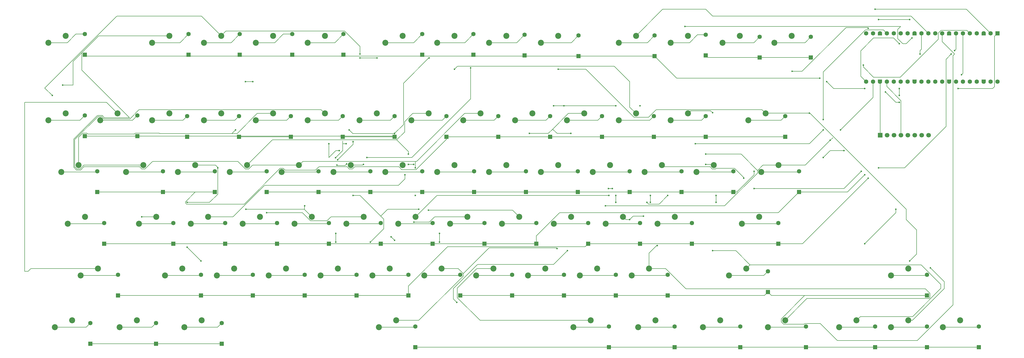
<source format=gbr>
%TF.GenerationSoftware,KiCad,Pcbnew,9.0.2*%
%TF.CreationDate,2025-07-16T18:53:34+05:00*%
%TF.ProjectId,SR-U2764,53522d55-3237-4363-942e-6b696361645f,rev?*%
%TF.SameCoordinates,Original*%
%TF.FileFunction,Copper,L1,Top*%
%TF.FilePolarity,Positive*%
%FSLAX46Y46*%
G04 Gerber Fmt 4.6, Leading zero omitted, Abs format (unit mm)*
G04 Created by KiCad (PCBNEW 9.0.2) date 2025-07-16 18:53:34*
%MOMM*%
%LPD*%
G01*
G04 APERTURE LIST*
G04 Aperture macros list*
%AMRoundRect*
0 Rectangle with rounded corners*
0 $1 Rounding radius*
0 $2 $3 $4 $5 $6 $7 $8 $9 X,Y pos of 4 corners*
0 Add a 4 corners polygon primitive as box body*
4,1,4,$2,$3,$4,$5,$6,$7,$8,$9,$2,$3,0*
0 Add four circle primitives for the rounded corners*
1,1,$1+$1,$2,$3*
1,1,$1+$1,$4,$5*
1,1,$1+$1,$6,$7*
1,1,$1+$1,$8,$9*
0 Add four rect primitives between the rounded corners*
20,1,$1+$1,$2,$3,$4,$5,0*
20,1,$1+$1,$4,$5,$6,$7,0*
20,1,$1+$1,$6,$7,$8,$9,0*
20,1,$1+$1,$8,$9,$2,$3,0*%
%AMFreePoly0*
4,1,37,0.603843,0.796157,0.639018,0.796157,0.711114,0.766294,0.766294,0.711114,0.796157,0.639018,0.796157,0.603843,0.800000,0.600000,0.800000,-0.600000,0.796157,-0.603843,0.796157,-0.639018,0.766294,-0.711114,0.711114,-0.766294,0.639018,-0.796157,0.603843,-0.796157,0.600000,-0.800000,0.000000,-0.800000,0.000000,-0.796148,-0.078414,-0.796148,-0.232228,-0.765552,-0.377117,-0.705537,
-0.507515,-0.618408,-0.618408,-0.507515,-0.705537,-0.377117,-0.765552,-0.232228,-0.796148,-0.078414,-0.796148,0.078414,-0.765552,0.232228,-0.705537,0.377117,-0.618408,0.507515,-0.507515,0.618408,-0.377117,0.705537,-0.232228,0.765552,-0.078414,0.796148,0.000000,0.796148,0.000000,0.800000,0.600000,0.800000,0.603843,0.796157,0.603843,0.796157,$1*%
%AMFreePoly1*
4,1,37,0.000000,0.796148,0.078414,0.796148,0.232228,0.765552,0.377117,0.705537,0.507515,0.618408,0.618408,0.507515,0.705537,0.377117,0.765552,0.232228,0.796148,0.078414,0.796148,-0.078414,0.765552,-0.232228,0.705537,-0.377117,0.618408,-0.507515,0.507515,-0.618408,0.377117,-0.705537,0.232228,-0.765552,0.078414,-0.796148,0.000000,-0.796148,0.000000,-0.800000,-0.600000,-0.800000,
-0.603843,-0.796157,-0.639018,-0.796157,-0.711114,-0.766294,-0.766294,-0.711114,-0.796157,-0.639018,-0.796157,-0.603843,-0.800000,-0.600000,-0.800000,0.600000,-0.796157,0.603843,-0.796157,0.639018,-0.766294,0.711114,-0.711114,0.766294,-0.639018,0.796157,-0.603843,0.796157,-0.600000,0.800000,0.000000,0.800000,0.000000,0.796148,0.000000,0.796148,$1*%
G04 Aperture macros list end*
%TA.AperFunction,ComponentPad*%
%ADD10C,2.200000*%
%TD*%
%TA.AperFunction,ComponentPad*%
%ADD11RoundRect,0.250000X0.550000X-0.550000X0.550000X0.550000X-0.550000X0.550000X-0.550000X-0.550000X0*%
%TD*%
%TA.AperFunction,ComponentPad*%
%ADD12C,1.600000*%
%TD*%
%TA.AperFunction,ComponentPad*%
%ADD13RoundRect,0.200000X-0.600000X0.600000X-0.600000X-0.600000X0.600000X-0.600000X0.600000X0.600000X0*%
%TD*%
%TA.AperFunction,ComponentPad*%
%ADD14FreePoly0,270.000000*%
%TD*%
%TA.AperFunction,ComponentPad*%
%ADD15FreePoly1,270.000000*%
%TD*%
%TA.AperFunction,ComponentPad*%
%ADD16R,1.700000X1.700000*%
%TD*%
%TA.AperFunction,ComponentPad*%
%ADD17C,1.700000*%
%TD*%
%TA.AperFunction,ViaPad*%
%ADD18C,0.600000*%
%TD*%
%TA.AperFunction,Conductor*%
%ADD19C,0.200000*%
%TD*%
G04 APERTURE END LIST*
D10*
%TO.P,SW11,1,1*%
%TO.N,COL1*%
X272858750Y-41520000D03*
%TO.P,SW11,2,2*%
%TO.N,Net-(D11-A)*%
X266508750Y-44060000D03*
%TD*%
D11*
%TO.P,D72,1,K*%
%TO.N,ROW8*%
X243840000Y-156210000D03*
D12*
%TO.P,D72,2,A*%
%TO.N,Net-(D72-A)*%
X243840000Y-148590000D03*
%TD*%
D11*
%TO.P,D46,1,K*%
%TO.N,ROW5*%
X140970000Y-118110000D03*
D12*
%TO.P,D46,2,A*%
%TO.N,Net-(D46-A)*%
X140970000Y-110490000D03*
%TD*%
D11*
%TO.P,D10,1,K*%
%TO.N,ROW1*%
X260604000Y-49022000D03*
D12*
%TO.P,D10,2,A*%
%TO.N,Net-(D10-A)*%
X260604000Y-41402000D03*
%TD*%
D10*
%TO.P,SW62,1,1*%
%TO.N,COL2*%
X201421250Y-127245000D03*
%TO.P,SW62,2,2*%
%TO.N,Net-(D62-A)*%
X195071250Y-129785000D03*
%TD*%
%TO.P,SW56,1,1*%
%TO.N,COL6*%
X87121250Y-127245000D03*
%TO.P,SW56,2,2*%
%TO.N,Net-(D56-A)*%
X80771250Y-129785000D03*
%TD*%
%TO.P,SW19,1,1*%
%TO.N,COL9*%
X139508750Y-70095000D03*
%TO.P,SW19,2,2*%
%TO.N,Net-(D19-A)*%
X133158750Y-72635000D03*
%TD*%
D11*
%TO.P,D75,1,K*%
%TO.N,ROW8*%
X316230000Y-156210000D03*
D12*
%TO.P,D75,2,A*%
%TO.N,Net-(D75-A)*%
X316230000Y-148590000D03*
%TD*%
D10*
%TO.P,SW31,1,1*%
%TO.N,COL1*%
X110933750Y-89145000D03*
%TO.P,SW31,2,2*%
%TO.N,Net-(D31-A)*%
X104583750Y-91685000D03*
%TD*%
%TO.P,SW58,1,1*%
%TO.N,COL8*%
X125221250Y-127245000D03*
%TO.P,SW58,2,2*%
%TO.N,Net-(D58-A)*%
X118871250Y-129785000D03*
%TD*%
D11*
%TO.P,D37,1,K*%
%TO.N,ROW4*%
X232410000Y-99060000D03*
D12*
%TO.P,D37,2,A*%
%TO.N,Net-(D37-A)*%
X232410000Y-91440000D03*
%TD*%
D11*
%TO.P,D22,1,K*%
%TO.N,ROW3*%
X203200000Y-78740000D03*
D12*
%TO.P,D22,2,A*%
%TO.N,Net-(D22-A)*%
X203200000Y-71120000D03*
%TD*%
D11*
%TO.P,D39,1,K*%
%TO.N,ROW4*%
X270510000Y-99060000D03*
D12*
%TO.P,D39,2,A*%
%TO.N,Net-(D39-A)*%
X270510000Y-91440000D03*
%TD*%
D11*
%TO.P,D14,1,K*%
%TO.N,ROW2*%
X51308000Y-78486000D03*
D12*
%TO.P,D14,2,A*%
%TO.N,Net-(D14-A)*%
X51308000Y-70866000D03*
%TD*%
D10*
%TO.P,SW49,1,1*%
%TO.N,COL9*%
X191896250Y-108195000D03*
%TO.P,SW49,2,2*%
%TO.N,Net-(D49-A)*%
X185546250Y-110735000D03*
%TD*%
D11*
%TO.P,D65,1,K*%
%TO.N,ROW7*%
X265430000Y-137160000D03*
D12*
%TO.P,D65,2,A*%
%TO.N,Net-(D65-A)*%
X265430000Y-129540000D03*
%TD*%
D10*
%TO.P,SW72,1,1*%
%TO.N,COL2*%
X237140000Y-146295000D03*
%TO.P,SW72,2,2*%
%TO.N,Net-(D72-A)*%
X230790000Y-148835000D03*
%TD*%
D11*
%TO.P,D56,1,K*%
%TO.N,ROW6*%
X93980000Y-137160000D03*
D12*
%TO.P,D56,2,A*%
%TO.N,Net-(D56-A)*%
X93980000Y-129540000D03*
%TD*%
D10*
%TO.P,SW38,1,1*%
%TO.N,COL8*%
X244283750Y-89145000D03*
%TO.P,SW38,2,2*%
%TO.N,Net-(D38-A)*%
X237933750Y-91685000D03*
%TD*%
%TO.P,SW17,1,1*%
%TO.N,COL7*%
X101408750Y-70095000D03*
%TO.P,SW17,2,2*%
%TO.N,Net-(D17-A)*%
X95058750Y-72635000D03*
%TD*%
%TO.P,SW67,1,1*%
%TO.N,COL7*%
X353821250Y-127245000D03*
%TO.P,SW67,2,2*%
%TO.N,Net-(D67-A)*%
X347471250Y-129785000D03*
%TD*%
D11*
%TO.P,D20,1,K*%
%TO.N,ROW2*%
X165100000Y-78740000D03*
D12*
%TO.P,D20,2,A*%
%TO.N,Net-(D20-A)*%
X165100000Y-71120000D03*
%TD*%
D10*
%TO.P,SW63,1,1*%
%TO.N,COL3*%
X220471250Y-127245000D03*
%TO.P,SW63,2,2*%
%TO.N,Net-(D63-A)*%
X214121250Y-129785000D03*
%TD*%
D11*
%TO.P,D9,1,K*%
%TO.N,ROW1*%
X232664000Y-49022000D03*
D12*
%TO.P,D9,2,A*%
%TO.N,Net-(D9-A)*%
X232664000Y-41402000D03*
%TD*%
D11*
%TO.P,D59,1,K*%
%TO.N,ROW6*%
X151130000Y-137160000D03*
D12*
%TO.P,D59,2,A*%
%TO.N,Net-(D59-A)*%
X151130000Y-129540000D03*
%TD*%
D10*
%TO.P,SW65,1,1*%
%TO.N,COL5*%
X258571250Y-127245000D03*
%TO.P,SW65,2,2*%
%TO.N,Net-(D65-A)*%
X252221250Y-129785000D03*
%TD*%
%TO.P,SW50,1,1*%
%TO.N,COL10*%
X210946250Y-108195000D03*
%TO.P,SW50,2,2*%
%TO.N,Net-(D50-A)*%
X204596250Y-110735000D03*
%TD*%
%TO.P,SW29,1,1*%
%TO.N,COL9*%
X72833750Y-89145000D03*
%TO.P,SW29,2,2*%
%TO.N,Net-(D29-A)*%
X66483750Y-91685000D03*
%TD*%
D11*
%TO.P,D6,1,K*%
%TO.N,ROW1*%
X175260000Y-48514000D03*
D12*
%TO.P,D6,2,A*%
%TO.N,Net-(D6-A)*%
X175260000Y-40894000D03*
%TD*%
D10*
%TO.P,SW75,1,1*%
%TO.N,COL5*%
X308577500Y-146295000D03*
%TO.P,SW75,2,2*%
%TO.N,Net-(D75-A)*%
X302227500Y-148835000D03*
%TD*%
D11*
%TO.P,D38,1,K*%
%TO.N,ROW4*%
X251460000Y-99060000D03*
D12*
%TO.P,D38,2,A*%
%TO.N,Net-(D38-A)*%
X251460000Y-91440000D03*
%TD*%
D11*
%TO.P,D4,1,K*%
%TO.N,ROW1*%
X127508000Y-48514000D03*
D12*
%TO.P,D4,2,A*%
%TO.N,Net-(D4-A)*%
X127508000Y-40894000D03*
%TD*%
D11*
%TO.P,D25,1,K*%
%TO.N,ROW3*%
X260350000Y-78740000D03*
D12*
%TO.P,D25,2,A*%
%TO.N,Net-(D25-A)*%
X260350000Y-71120000D03*
%TD*%
D11*
%TO.P,D3,1,K*%
%TO.N,ROW1*%
X108204000Y-48514000D03*
D12*
%TO.P,D3,2,A*%
%TO.N,Net-(D3-A)*%
X108204000Y-40894000D03*
%TD*%
D11*
%TO.P,D21,1,K*%
%TO.N,ROW3*%
X184150000Y-78740000D03*
D12*
%TO.P,D21,2,A*%
%TO.N,Net-(D21-A)*%
X184150000Y-71120000D03*
%TD*%
D11*
%TO.P,D71,1,K*%
%TO.N,ROW8*%
X172720000Y-156210000D03*
D12*
%TO.P,D71,2,A*%
%TO.N,Net-(D71-A)*%
X172720000Y-148590000D03*
%TD*%
D10*
%TO.P,SW24,1,1*%
%TO.N,COL4*%
X234758750Y-70095000D03*
%TO.P,SW24,2,2*%
%TO.N,Net-(D24-A)*%
X228408750Y-72635000D03*
%TD*%
%TO.P,SW41,1,1*%
%TO.N,COL1*%
X306196250Y-89145000D03*
%TO.P,SW41,2,2*%
%TO.N,Net-(D41-A)*%
X299846250Y-91685000D03*
%TD*%
D11*
%TO.P,D60,1,K*%
%TO.N,ROW6*%
X170180000Y-137160000D03*
D12*
%TO.P,D60,2,A*%
%TO.N,Net-(D60-A)*%
X170180000Y-129540000D03*
%TD*%
D10*
%TO.P,SW25,1,1*%
%TO.N,COL5*%
X253808750Y-70095000D03*
%TO.P,SW25,2,2*%
%TO.N,Net-(D25-A)*%
X247458750Y-72635000D03*
%TD*%
D11*
%TO.P,D44,1,K*%
%TO.N,ROW5*%
X102870000Y-118110000D03*
D12*
%TO.P,D44,2,A*%
%TO.N,Net-(D44-A)*%
X102870000Y-110490000D03*
%TD*%
D11*
%TO.P,D53,1,K*%
%TO.N,ROW6*%
X274320000Y-118110000D03*
D12*
%TO.P,D53,2,A*%
%TO.N,Net-(D53-A)*%
X274320000Y-110490000D03*
%TD*%
D11*
%TO.P,D63,1,K*%
%TO.N,ROW7*%
X227330000Y-137160000D03*
D12*
%TO.P,D63,2,A*%
%TO.N,Net-(D63-A)*%
X227330000Y-129540000D03*
%TD*%
D10*
%TO.P,SW78,1,1*%
%TO.N,COL8*%
X372871250Y-146295000D03*
%TO.P,SW78,2,2*%
%TO.N,Net-(D78-A)*%
X366521250Y-148835000D03*
%TD*%
%TO.P,SW36,1,1*%
%TO.N,COL6*%
X206183750Y-89145000D03*
%TO.P,SW36,2,2*%
%TO.N,Net-(D36-A)*%
X199833750Y-91685000D03*
%TD*%
%TO.P,SW16,1,1*%
%TO.N,COL6*%
X82358750Y-70095000D03*
%TO.P,SW16,2,2*%
%TO.N,Net-(D16-A)*%
X76008750Y-72635000D03*
%TD*%
D11*
%TO.P,D42,1,K*%
%TO.N,ROW5*%
X58420000Y-118110000D03*
D12*
%TO.P,D42,2,A*%
%TO.N,Net-(D42-A)*%
X58420000Y-110490000D03*
%TD*%
D10*
%TO.P,SW47,1,1*%
%TO.N,COL7*%
X153796250Y-108195000D03*
%TO.P,SW47,2,2*%
%TO.N,Net-(D47-A)*%
X147446250Y-110735000D03*
%TD*%
D11*
%TO.P,D16,1,K*%
%TO.N,ROW2*%
X88900000Y-78740000D03*
D12*
%TO.P,D16,2,A*%
%TO.N,Net-(D16-A)*%
X88900000Y-71120000D03*
%TD*%
D10*
%TO.P,SW46,1,1*%
%TO.N,COL6*%
X134746250Y-108195000D03*
%TO.P,SW46,2,2*%
%TO.N,Net-(D46-A)*%
X128396250Y-110735000D03*
%TD*%
D11*
%TO.P,D29,1,K*%
%TO.N,ROW3*%
X80010000Y-99060000D03*
D12*
%TO.P,D29,2,A*%
%TO.N,Net-(D29-A)*%
X80010000Y-91440000D03*
%TD*%
D10*
%TO.P,SW34,1,1*%
%TO.N,COL4*%
X168083750Y-89145000D03*
%TO.P,SW34,2,2*%
%TO.N,Net-(D34-A)*%
X161733750Y-91685000D03*
%TD*%
D11*
%TO.P,D50,1,K*%
%TO.N,ROW5*%
X217170000Y-118110000D03*
D12*
%TO.P,D50,2,A*%
%TO.N,Net-(D50-A)*%
X217170000Y-110490000D03*
%TD*%
D10*
%TO.P,SW26,1,1*%
%TO.N,COL6*%
X272858750Y-70095000D03*
%TO.P,SW26,2,2*%
%TO.N,Net-(D26-A)*%
X266508750Y-72635000D03*
%TD*%
D11*
%TO.P,D43,1,K*%
%TO.N,ROW5*%
X83820000Y-118110000D03*
D12*
%TO.P,D43,2,A*%
%TO.N,Net-(D43-A)*%
X83820000Y-110490000D03*
%TD*%
D10*
%TO.P,SW8,1,1*%
%TO.N,COL8*%
X206183750Y-41520000D03*
%TO.P,SW8,2,2*%
%TO.N,Net-(D8-A)*%
X199833750Y-44060000D03*
%TD*%
%TO.P,SW55,1,1*%
%TO.N,COL5*%
X56165000Y-127245000D03*
%TO.P,SW55,2,2*%
%TO.N,Net-(D55-A)*%
X49815000Y-129785000D03*
%TD*%
D11*
%TO.P,D48,1,K*%
%TO.N,ROW5*%
X179070000Y-118110000D03*
D12*
%TO.P,D48,2,A*%
%TO.N,Net-(D48-A)*%
X179070000Y-110490000D03*
%TD*%
D11*
%TO.P,D19,1,K*%
%TO.N,ROW2*%
X146050000Y-78740000D03*
D12*
%TO.P,D19,2,A*%
%TO.N,Net-(D19-A)*%
X146050000Y-71120000D03*
%TD*%
D10*
%TO.P,SW76,1,1*%
%TO.N,COL6*%
X334771250Y-146295000D03*
%TO.P,SW76,2,2*%
%TO.N,Net-(D76-A)*%
X328421250Y-148835000D03*
%TD*%
%TO.P,SW2,1,1*%
%TO.N,COL2*%
X82358750Y-41520000D03*
%TO.P,SW2,2,2*%
%TO.N,Net-(D2-A)*%
X76008750Y-44060000D03*
%TD*%
D11*
%TO.P,D17,1,K*%
%TO.N,ROW2*%
X107950000Y-78740000D03*
D12*
%TO.P,D17,2,A*%
%TO.N,Net-(D17-A)*%
X107950000Y-71120000D03*
%TD*%
D10*
%TO.P,SW61,1,1*%
%TO.N,COL1*%
X182371250Y-127245000D03*
%TO.P,SW61,2,2*%
%TO.N,Net-(D61-A)*%
X176021250Y-129785000D03*
%TD*%
D11*
%TO.P,D47,1,K*%
%TO.N,ROW5*%
X160020000Y-118110000D03*
D12*
%TO.P,D47,2,A*%
%TO.N,Net-(D47-A)*%
X160020000Y-110490000D03*
%TD*%
D11*
%TO.P,D33,1,K*%
%TO.N,ROW4*%
X156210000Y-99060000D03*
D12*
%TO.P,D33,2,A*%
%TO.N,Net-(D33-A)*%
X156210000Y-91440000D03*
%TD*%
D11*
%TO.P,D31,1,K*%
%TO.N,ROW4*%
X118110000Y-99060000D03*
D12*
%TO.P,D31,2,A*%
%TO.N,Net-(D31-A)*%
X118110000Y-91440000D03*
%TD*%
D10*
%TO.P,SW37,1,1*%
%TO.N,COL7*%
X225233750Y-89145000D03*
%TO.P,SW37,2,2*%
%TO.N,Net-(D37-A)*%
X218883750Y-91685000D03*
%TD*%
D13*
%TO.P,U2,1,GPIO0*%
%TO.N,ROW1*%
X386588000Y-40640000D03*
D12*
%TO.P,U2,2,GPIO1*%
%TO.N,ROW2*%
X384048000Y-40640000D03*
D14*
%TO.P,U2,3,GND*%
%TO.N,unconnected-(U2-GND-Pad3)*%
X381508000Y-40640000D03*
D12*
%TO.P,U2,4,GPIO2*%
%TO.N,ROW3*%
X378968000Y-40640000D03*
%TO.P,U2,5,GPIO3*%
%TO.N,ROW4*%
X376428000Y-40640000D03*
%TO.P,U2,6,GPIO4*%
%TO.N,ROW5*%
X373888000Y-40640000D03*
%TO.P,U2,7,GPIO5*%
%TO.N,ROW6*%
X371348000Y-40640000D03*
D14*
%TO.P,U2,8,GND*%
%TO.N,unconnected-(U2-GND-Pad8)*%
X368808000Y-40640000D03*
D12*
%TO.P,U2,9,GPIO6*%
%TO.N,ROW7*%
X366268000Y-40640000D03*
%TO.P,U2,10,GPIO7*%
%TO.N,ROW8*%
X363728000Y-40640000D03*
%TO.P,U2,11,GPIO8*%
%TO.N,COL10*%
X361188000Y-40640000D03*
%TO.P,U2,12,GPIO9*%
%TO.N,COL9*%
X358648000Y-40640000D03*
D14*
%TO.P,U2,13,GND*%
%TO.N,unconnected-(U2-GND-Pad13)*%
X356108000Y-40640000D03*
D12*
%TO.P,U2,14,GPIO10*%
%TO.N,COL8*%
X353568000Y-40640000D03*
%TO.P,U2,15,GPIO11*%
%TO.N,COL7*%
X351028000Y-40640000D03*
%TO.P,U2,16,GPIO12*%
%TO.N,COL6*%
X348488000Y-40640000D03*
%TO.P,U2,17,GPIO13*%
%TO.N,COL5*%
X345948000Y-40640000D03*
D14*
%TO.P,U2,18,GND*%
%TO.N,unconnected-(U2-GND-Pad18)*%
X343408000Y-40640000D03*
D12*
%TO.P,U2,19,GPIO14*%
%TO.N,COL4*%
X340868000Y-40640000D03*
%TO.P,U2,20,GPIO15*%
%TO.N,COL3*%
X338328000Y-40640000D03*
%TO.P,U2,21,GPIO16*%
%TO.N,COL2*%
X338328000Y-58420000D03*
%TO.P,U2,22,GPIO17*%
%TO.N,COL1*%
X340868000Y-58420000D03*
D15*
%TO.P,U2,23,GND*%
%TO.N,Net-(Brd1-GND)*%
X343408000Y-58420000D03*
D12*
%TO.P,U2,24,GPIO18*%
%TO.N,Net-(Brd1-SDA)*%
X345948000Y-58420000D03*
%TO.P,U2,25,GPIO19*%
%TO.N,Net-(Brd1-SCL)*%
X348488000Y-58420000D03*
%TO.P,U2,26,GPIO20*%
%TO.N,unconnected-(U2-GPIO20-Pad26)*%
X351028000Y-58420000D03*
%TO.P,U2,27,GPIO21*%
%TO.N,unconnected-(U2-GPIO21-Pad27)*%
X353568000Y-58420000D03*
D15*
%TO.P,U2,28,GND*%
%TO.N,unconnected-(U2-GND-Pad28)*%
X356108000Y-58420000D03*
D12*
%TO.P,U2,29,GPIO22*%
%TO.N,unconnected-(U2-GPIO22-Pad29)*%
X358648000Y-58420000D03*
%TO.P,U2,30,RUN*%
%TO.N,unconnected-(U2-RUN-Pad30)*%
X361188000Y-58420000D03*
%TO.P,U2,31,GPIO26_ADC0*%
%TO.N,unconnected-(U2-GPIO26_ADC0-Pad31)*%
X363728000Y-58420000D03*
%TO.P,U2,32,GPIO27_ADC1*%
%TO.N,unconnected-(U2-GPIO27_ADC1-Pad32)*%
X366268000Y-58420000D03*
D15*
%TO.P,U2,33,AGND*%
%TO.N,unconnected-(U2-AGND-Pad33)*%
X368808000Y-58420000D03*
D12*
%TO.P,U2,34,GPIO28_ADC2*%
%TO.N,unconnected-(U2-GPIO28_ADC2-Pad34)*%
X371348000Y-58420000D03*
%TO.P,U2,35,ADC_VREF*%
%TO.N,unconnected-(U2-ADC_VREF-Pad35)*%
X373888000Y-58420000D03*
%TO.P,U2,36,3V3*%
%TO.N,Net-(Brd1-VCC)*%
X376428000Y-58420000D03*
%TO.P,U2,37,3V3_EN*%
%TO.N,unconnected-(U2-3V3_EN-Pad37)*%
X378968000Y-58420000D03*
D15*
%TO.P,U2,38,GND*%
%TO.N,unconnected-(U2-GND-Pad38)*%
X381508000Y-58420000D03*
D12*
%TO.P,U2,39,VSYS*%
%TO.N,unconnected-(U2-VSYS-Pad39)*%
X384048000Y-58420000D03*
%TO.P,U2,40,VBUS*%
%TO.N,unconnected-(U2-VBUS-Pad40)*%
X386588000Y-58420000D03*
%TD*%
D11*
%TO.P,D28,1,K*%
%TO.N,ROW3*%
X55880000Y-99060000D03*
D12*
%TO.P,D28,2,A*%
%TO.N,Net-(D28-A)*%
X55880000Y-91440000D03*
%TD*%
D11*
%TO.P,D62,1,K*%
%TO.N,ROW7*%
X208280000Y-137160000D03*
D12*
%TO.P,D62,2,A*%
%TO.N,Net-(D62-A)*%
X208280000Y-129540000D03*
%TD*%
D10*
%TO.P,SW57,1,1*%
%TO.N,COL7*%
X106171250Y-127245000D03*
%TO.P,SW57,2,2*%
%TO.N,Net-(D57-A)*%
X99821250Y-129785000D03*
%TD*%
%TO.P,SW45,1,1*%
%TO.N,COL5*%
X115696250Y-108195000D03*
%TO.P,SW45,2,2*%
%TO.N,Net-(D45-A)*%
X109346250Y-110735000D03*
%TD*%
%TO.P,SW73,1,1*%
%TO.N,COL3*%
X260952500Y-146295000D03*
%TO.P,SW73,2,2*%
%TO.N,Net-(D73-A)*%
X254602500Y-148835000D03*
%TD*%
%TO.P,SW59,1,1*%
%TO.N,COL9*%
X144271250Y-127245000D03*
%TO.P,SW59,2,2*%
%TO.N,Net-(D59-A)*%
X137921250Y-129785000D03*
%TD*%
%TO.P,SW32,1,1*%
%TO.N,COL2*%
X129983750Y-89145000D03*
%TO.P,SW32,2,2*%
%TO.N,Net-(D32-A)*%
X123633750Y-91685000D03*
%TD*%
%TO.P,SW28,1,1*%
%TO.N,COL8*%
X49021250Y-89145000D03*
%TO.P,SW28,2,2*%
%TO.N,Net-(D28-A)*%
X42671250Y-91685000D03*
%TD*%
D11*
%TO.P,D54,1,K*%
%TO.N,ROW6*%
X306070000Y-118110000D03*
D12*
%TO.P,D54,2,A*%
%TO.N,Net-(D54-A)*%
X306070000Y-110490000D03*
%TD*%
D11*
%TO.P,D58,1,K*%
%TO.N,ROW6*%
X132080000Y-137160000D03*
D12*
%TO.P,D58,2,A*%
%TO.N,Net-(D58-A)*%
X132080000Y-129540000D03*
%TD*%
D11*
%TO.P,D66,1,K*%
%TO.N,ROW7*%
X302260000Y-135890000D03*
D12*
%TO.P,D66,2,A*%
%TO.N,Net-(D66-A)*%
X302260000Y-128270000D03*
%TD*%
D10*
%TO.P,SW33,1,1*%
%TO.N,COL3*%
X149033750Y-89145000D03*
%TO.P,SW33,2,2*%
%TO.N,Net-(D33-A)*%
X142683750Y-91685000D03*
%TD*%
%TO.P,SW23,1,1*%
%TO.N,COL3*%
X215708750Y-70095000D03*
%TO.P,SW23,2,2*%
%TO.N,Net-(D23-A)*%
X209358750Y-72635000D03*
%TD*%
D11*
%TO.P,D2,1,K*%
%TO.N,ROW1*%
X89408000Y-48514000D03*
D12*
%TO.P,D2,2,A*%
%TO.N,Net-(D2-A)*%
X89408000Y-40894000D03*
%TD*%
D11*
%TO.P,D70,1,K*%
%TO.N,ROW7*%
X101600000Y-154940000D03*
D12*
%TO.P,D70,2,A*%
%TO.N,Net-(D70-A)*%
X101600000Y-147320000D03*
%TD*%
D10*
%TO.P,SW71,1,1*%
%TO.N,COL1*%
X165702500Y-146295000D03*
%TO.P,SW71,2,2*%
%TO.N,Net-(D71-A)*%
X159352500Y-148835000D03*
%TD*%
%TO.P,SW20,1,1*%
%TO.N,COL10*%
X158558750Y-70095000D03*
%TO.P,SW20,2,2*%
%TO.N,Net-(D20-A)*%
X152208750Y-72635000D03*
%TD*%
%TO.P,SW68,1,1*%
%TO.N,COL8*%
X46640000Y-146295000D03*
%TO.P,SW68,2,2*%
%TO.N,Net-(D68-A)*%
X40290000Y-148835000D03*
%TD*%
D11*
%TO.P,D61,1,K*%
%TO.N,ROW7*%
X189230000Y-137160000D03*
D12*
%TO.P,D61,2,A*%
%TO.N,Net-(D61-A)*%
X189230000Y-129540000D03*
%TD*%
D10*
%TO.P,SW12,1,1*%
%TO.N,COL2*%
X291908750Y-41520000D03*
%TO.P,SW12,2,2*%
%TO.N,Net-(D12-A)*%
X285558750Y-44060000D03*
%TD*%
%TO.P,SW5,1,1*%
%TO.N,COL5*%
X139508750Y-41520000D03*
%TO.P,SW5,2,2*%
%TO.N,Net-(D5-A)*%
X133158750Y-44060000D03*
%TD*%
D11*
%TO.P,D69,1,K*%
%TO.N,ROW7*%
X77470000Y-154940000D03*
D12*
%TO.P,D69,2,A*%
%TO.N,Net-(D69-A)*%
X77470000Y-147320000D03*
%TD*%
D11*
%TO.P,D51,1,K*%
%TO.N,ROW6*%
X236220000Y-118110000D03*
D12*
%TO.P,D51,2,A*%
%TO.N,Net-(D51-A)*%
X236220000Y-110490000D03*
%TD*%
D10*
%TO.P,SW15,1,1*%
%TO.N,COL5*%
X63308750Y-70095000D03*
%TO.P,SW15,2,2*%
%TO.N,Net-(D15-A)*%
X56958750Y-72635000D03*
%TD*%
D16*
%TO.P,Brd1,1,GND*%
%TO.N,Net-(Brd1-GND)*%
X343535000Y-78133750D03*
D17*
%TO.P,Brd1,2,VCC*%
%TO.N,Net-(Brd1-VCC)*%
X346075000Y-78133750D03*
%TO.P,Brd1,3,SCL*%
%TO.N,Net-(Brd1-SCL)*%
X348615000Y-78133750D03*
%TO.P,Brd1,4,SDA*%
%TO.N,Net-(Brd1-SDA)*%
X351155000Y-78133750D03*
%TO.P,Brd1,5*%
%TO.N,N/C*%
X353695000Y-78133750D03*
%TO.P,Brd1,6*%
X356235000Y-78133750D03*
%TO.P,Brd1,7*%
X358775000Y-78133750D03*
%TO.P,Brd1,8*%
X361315000Y-78133750D03*
%TD*%
D11*
%TO.P,D45,1,K*%
%TO.N,ROW5*%
X121920000Y-118110000D03*
D12*
%TO.P,D45,2,A*%
%TO.N,Net-(D45-A)*%
X121920000Y-110490000D03*
%TD*%
D11*
%TO.P,D24,1,K*%
%TO.N,ROW3*%
X241300000Y-78740000D03*
D12*
%TO.P,D24,2,A*%
%TO.N,Net-(D24-A)*%
X241300000Y-71120000D03*
%TD*%
D10*
%TO.P,SW27,1,1*%
%TO.N,COL7*%
X301433750Y-70095000D03*
%TO.P,SW27,2,2*%
%TO.N,Net-(D27-A)*%
X295083750Y-72635000D03*
%TD*%
D11*
%TO.P,D67,1,K*%
%TO.N,ROW7*%
X360680000Y-137160000D03*
D12*
%TO.P,D67,2,A*%
%TO.N,Net-(D67-A)*%
X360680000Y-129540000D03*
%TD*%
D11*
%TO.P,D35,1,K*%
%TO.N,ROW4*%
X194310000Y-99060000D03*
D12*
%TO.P,D35,2,A*%
%TO.N,Net-(D35-A)*%
X194310000Y-91440000D03*
%TD*%
D10*
%TO.P,SW7,1,1*%
%TO.N,COL7*%
X187133750Y-41520000D03*
%TO.P,SW7,2,2*%
%TO.N,Net-(D7-A)*%
X180783750Y-44060000D03*
%TD*%
%TO.P,SW22,1,1*%
%TO.N,COL2*%
X196658750Y-70095000D03*
%TO.P,SW22,2,2*%
%TO.N,Net-(D22-A)*%
X190308750Y-72635000D03*
%TD*%
D11*
%TO.P,D73,1,K*%
%TO.N,ROW8*%
X267970000Y-156210000D03*
D12*
%TO.P,D73,2,A*%
%TO.N,Net-(D73-A)*%
X267970000Y-148590000D03*
%TD*%
D10*
%TO.P,SW21,1,1*%
%TO.N,COL1*%
X177608750Y-70095000D03*
%TO.P,SW21,2,2*%
%TO.N,Net-(D21-A)*%
X171258750Y-72635000D03*
%TD*%
%TO.P,SW64,1,1*%
%TO.N,COL4*%
X239521250Y-127245000D03*
%TO.P,SW64,2,2*%
%TO.N,Net-(D64-A)*%
X233171250Y-129785000D03*
%TD*%
%TO.P,SW43,1,1*%
%TO.N,COL3*%
X77596250Y-108195000D03*
%TO.P,SW43,2,2*%
%TO.N,Net-(D43-A)*%
X71246250Y-110735000D03*
%TD*%
%TO.P,SW70,1,1*%
%TO.N,COL10*%
X94265000Y-146295000D03*
%TO.P,SW70,2,2*%
%TO.N,Net-(D70-A)*%
X87915000Y-148835000D03*
%TD*%
%TO.P,SW3,1,1*%
%TO.N,COL3*%
X101408750Y-41520000D03*
%TO.P,SW3,2,2*%
%TO.N,Net-(D3-A)*%
X95058750Y-44060000D03*
%TD*%
%TO.P,SW66,1,1*%
%TO.N,COL6*%
X294290000Y-127245000D03*
%TO.P,SW66,2,2*%
%TO.N,Net-(D66-A)*%
X287940000Y-129785000D03*
%TD*%
%TO.P,SW9,1,1*%
%TO.N,COL9*%
X225233750Y-41520000D03*
%TO.P,SW9,2,2*%
%TO.N,Net-(D9-A)*%
X218883750Y-44060000D03*
%TD*%
%TO.P,SW4,1,1*%
%TO.N,COL4*%
X120458750Y-41520000D03*
%TO.P,SW4,2,2*%
%TO.N,Net-(D4-A)*%
X114108750Y-44060000D03*
%TD*%
D11*
%TO.P,D11,1,K*%
%TO.N,ROW2*%
X279400000Y-48768000D03*
D12*
%TO.P,D11,2,A*%
%TO.N,Net-(D11-A)*%
X279400000Y-41148000D03*
%TD*%
D10*
%TO.P,SW6,1,1*%
%TO.N,COL6*%
X168083750Y-41520000D03*
%TO.P,SW6,2,2*%
%TO.N,Net-(D6-A)*%
X161733750Y-44060000D03*
%TD*%
D11*
%TO.P,D13,1,K*%
%TO.N,ROW2*%
X318008000Y-49530000D03*
D12*
%TO.P,D13,2,A*%
%TO.N,Net-(D13-A)*%
X318008000Y-41910000D03*
%TD*%
D10*
%TO.P,SW48,1,1*%
%TO.N,COL8*%
X172846250Y-108195000D03*
%TO.P,SW48,2,2*%
%TO.N,Net-(D48-A)*%
X166496250Y-110735000D03*
%TD*%
D11*
%TO.P,D1,1,K*%
%TO.N,ROW1*%
X51308000Y-48514000D03*
D12*
%TO.P,D1,2,A*%
%TO.N,Net-(D1-A)*%
X51308000Y-40894000D03*
%TD*%
D10*
%TO.P,SW35,1,1*%
%TO.N,COL5*%
X187133750Y-89145000D03*
%TO.P,SW35,2,2*%
%TO.N,Net-(D35-A)*%
X180783750Y-91685000D03*
%TD*%
D11*
%TO.P,D32,1,K*%
%TO.N,ROW4*%
X137160000Y-99060000D03*
D12*
%TO.P,D32,2,A*%
%TO.N,Net-(D32-A)*%
X137160000Y-91440000D03*
%TD*%
D11*
%TO.P,D5,1,K*%
%TO.N,ROW1*%
X146304000Y-48514000D03*
D12*
%TO.P,D5,2,A*%
%TO.N,Net-(D5-A)*%
X146304000Y-40894000D03*
%TD*%
D11*
%TO.P,D40,1,K*%
%TO.N,ROW4*%
X289560000Y-99060000D03*
D12*
%TO.P,D40,2,A*%
%TO.N,Net-(D40-A)*%
X289560000Y-91440000D03*
%TD*%
D10*
%TO.P,SW13,1,1*%
%TO.N,COL3*%
X310958750Y-41520000D03*
%TO.P,SW13,2,2*%
%TO.N,Net-(D13-A)*%
X304608750Y-44060000D03*
%TD*%
%TO.P,SW77,1,1*%
%TO.N,COL7*%
X353821250Y-146295000D03*
%TO.P,SW77,2,2*%
%TO.N,Net-(D77-A)*%
X347471250Y-148835000D03*
%TD*%
D11*
%TO.P,D57,1,K*%
%TO.N,ROW6*%
X113030000Y-137160000D03*
D12*
%TO.P,D57,2,A*%
%TO.N,Net-(D57-A)*%
X113030000Y-129540000D03*
%TD*%
D10*
%TO.P,SW74,1,1*%
%TO.N,COL4*%
X284765000Y-146295000D03*
%TO.P,SW74,2,2*%
%TO.N,Net-(D74-A)*%
X278415000Y-148835000D03*
%TD*%
%TO.P,SW44,1,1*%
%TO.N,COL4*%
X96646250Y-108195000D03*
%TO.P,SW44,2,2*%
%TO.N,Net-(D44-A)*%
X90296250Y-110735000D03*
%TD*%
D11*
%TO.P,D27,1,K*%
%TO.N,ROW3*%
X308610000Y-78740000D03*
D12*
%TO.P,D27,2,A*%
%TO.N,Net-(D27-A)*%
X308610000Y-71120000D03*
%TD*%
D10*
%TO.P,SW18,1,1*%
%TO.N,COL8*%
X120458750Y-70095000D03*
%TO.P,SW18,2,2*%
%TO.N,Net-(D18-A)*%
X114108750Y-72635000D03*
%TD*%
%TO.P,SW69,1,1*%
%TO.N,COL9*%
X70452500Y-146295000D03*
%TO.P,SW69,2,2*%
%TO.N,Net-(D69-A)*%
X64102500Y-148835000D03*
%TD*%
D11*
%TO.P,D52,1,K*%
%TO.N,ROW6*%
X255270000Y-118110000D03*
D12*
%TO.P,D52,2,A*%
%TO.N,Net-(D52-A)*%
X255270000Y-110490000D03*
%TD*%
D10*
%TO.P,SW60,1,1*%
%TO.N,COL10*%
X163321250Y-127245000D03*
%TO.P,SW60,2,2*%
%TO.N,Net-(D60-A)*%
X156971250Y-129785000D03*
%TD*%
%TO.P,SW51,1,1*%
%TO.N,COL1*%
X229996250Y-108195000D03*
%TO.P,SW51,2,2*%
%TO.N,Net-(D51-A)*%
X223646250Y-110735000D03*
%TD*%
%TO.P,SW30,1,1*%
%TO.N,COL10*%
X91883750Y-89145000D03*
%TO.P,SW30,2,2*%
%TO.N,Net-(D30-A)*%
X85533750Y-91685000D03*
%TD*%
%TO.P,SW54,1,1*%
%TO.N,COL4*%
X299052500Y-108195000D03*
%TO.P,SW54,2,2*%
%TO.N,Net-(D54-A)*%
X292702500Y-110735000D03*
%TD*%
D11*
%TO.P,D30,1,K*%
%TO.N,ROW3*%
X99060000Y-99060000D03*
D12*
%TO.P,D30,2,A*%
%TO.N,Net-(D30-A)*%
X99060000Y-91440000D03*
%TD*%
D11*
%TO.P,D49,1,K*%
%TO.N,ROW5*%
X198120000Y-118110000D03*
D12*
%TO.P,D49,2,A*%
%TO.N,Net-(D49-A)*%
X198120000Y-110490000D03*
%TD*%
D11*
%TO.P,D18,1,K*%
%TO.N,ROW2*%
X127000000Y-78740000D03*
D12*
%TO.P,D18,2,A*%
%TO.N,Net-(D18-A)*%
X127000000Y-71120000D03*
%TD*%
D11*
%TO.P,D7,1,K*%
%TO.N,ROW1*%
X194056000Y-48514000D03*
D12*
%TO.P,D7,2,A*%
%TO.N,Net-(D7-A)*%
X194056000Y-40894000D03*
%TD*%
D10*
%TO.P,SW14,1,1*%
%TO.N,COL4*%
X44258750Y-70095000D03*
%TO.P,SW14,2,2*%
%TO.N,Net-(D14-A)*%
X37908750Y-72635000D03*
%TD*%
D11*
%TO.P,D78,1,K*%
%TO.N,ROW8*%
X379730000Y-156210000D03*
D12*
%TO.P,D78,2,A*%
%TO.N,Net-(D78-A)*%
X379730000Y-148590000D03*
%TD*%
D10*
%TO.P,SW10,1,1*%
%TO.N,COL10*%
X253808750Y-41520000D03*
%TO.P,SW10,2,2*%
%TO.N,Net-(D10-A)*%
X247458750Y-44060000D03*
%TD*%
%TO.P,SW40,1,1*%
%TO.N,COL10*%
X282383750Y-89145000D03*
%TO.P,SW40,2,2*%
%TO.N,Net-(D40-A)*%
X276033750Y-91685000D03*
%TD*%
D11*
%TO.P,D26,1,K*%
%TO.N,ROW3*%
X279400000Y-78740000D03*
D12*
%TO.P,D26,2,A*%
%TO.N,Net-(D26-A)*%
X279400000Y-71120000D03*
%TD*%
D11*
%TO.P,D74,1,K*%
%TO.N,ROW8*%
X292100000Y-156210000D03*
D12*
%TO.P,D74,2,A*%
%TO.N,Net-(D74-A)*%
X292100000Y-148590000D03*
%TD*%
D11*
%TO.P,D76,1,K*%
%TO.N,ROW8*%
X341630000Y-156210000D03*
D12*
%TO.P,D76,2,A*%
%TO.N,Net-(D76-A)*%
X341630000Y-148590000D03*
%TD*%
D11*
%TO.P,D64,1,K*%
%TO.N,ROW7*%
X246380000Y-137160000D03*
D12*
%TO.P,D64,2,A*%
%TO.N,Net-(D64-A)*%
X246380000Y-129540000D03*
%TD*%
D11*
%TO.P,D36,1,K*%
%TO.N,ROW4*%
X213360000Y-99060000D03*
D12*
%TO.P,D36,2,A*%
%TO.N,Net-(D36-A)*%
X213360000Y-91440000D03*
%TD*%
D11*
%TO.P,D55,1,K*%
%TO.N,ROW6*%
X63500000Y-137160000D03*
D12*
%TO.P,D55,2,A*%
%TO.N,Net-(D55-A)*%
X63500000Y-129540000D03*
%TD*%
D11*
%TO.P,D68,1,K*%
%TO.N,ROW7*%
X53340000Y-154940000D03*
D12*
%TO.P,D68,2,A*%
%TO.N,Net-(D68-A)*%
X53340000Y-147320000D03*
%TD*%
D10*
%TO.P,SW42,1,1*%
%TO.N,COL2*%
X51402500Y-108195000D03*
%TO.P,SW42,2,2*%
%TO.N,Net-(D42-A)*%
X45052500Y-110735000D03*
%TD*%
D11*
%TO.P,D34,1,K*%
%TO.N,ROW4*%
X175260000Y-99060000D03*
D12*
%TO.P,D34,2,A*%
%TO.N,Net-(D34-A)*%
X175260000Y-91440000D03*
%TD*%
D11*
%TO.P,D15,1,K*%
%TO.N,ROW2*%
X70612000Y-78486000D03*
D12*
%TO.P,D15,2,A*%
%TO.N,Net-(D15-A)*%
X70612000Y-70866000D03*
%TD*%
D11*
%TO.P,D8,1,K*%
%TO.N,ROW1*%
X212852000Y-48768000D03*
D12*
%TO.P,D8,2,A*%
%TO.N,Net-(D8-A)*%
X212852000Y-41148000D03*
%TD*%
D11*
%TO.P,D12,1,K*%
%TO.N,ROW2*%
X299212000Y-49530000D03*
D12*
%TO.P,D12,2,A*%
%TO.N,Net-(D12-A)*%
X299212000Y-41910000D03*
%TD*%
D10*
%TO.P,SW53,1,1*%
%TO.N,COL3*%
X268096250Y-108195000D03*
%TO.P,SW53,2,2*%
%TO.N,Net-(D53-A)*%
X261746250Y-110735000D03*
%TD*%
%TO.P,SW52,1,1*%
%TO.N,COL2*%
X249046250Y-108195000D03*
%TO.P,SW52,2,2*%
%TO.N,Net-(D52-A)*%
X242696250Y-110735000D03*
%TD*%
%TO.P,SW39,1,1*%
%TO.N,COL9*%
X263333750Y-89145000D03*
%TO.P,SW39,2,2*%
%TO.N,Net-(D39-A)*%
X256983750Y-91685000D03*
%TD*%
D11*
%TO.P,D23,1,K*%
%TO.N,ROW3*%
X222250000Y-78740000D03*
D12*
%TO.P,D23,2,A*%
%TO.N,Net-(D23-A)*%
X222250000Y-71120000D03*
%TD*%
D11*
%TO.P,D41,1,K*%
%TO.N,ROW5*%
X313690000Y-99060000D03*
D12*
%TO.P,D41,2,A*%
%TO.N,Net-(D41-A)*%
X313690000Y-91440000D03*
%TD*%
D10*
%TO.P,SW1,1,1*%
%TO.N,COL1*%
X44258750Y-41520000D03*
%TO.P,SW1,2,2*%
%TO.N,Net-(D1-A)*%
X37908750Y-44060000D03*
%TD*%
D11*
%TO.P,D77,1,K*%
%TO.N,ROW8*%
X360680000Y-156210000D03*
D12*
%TO.P,D77,2,A*%
%TO.N,Net-(D77-A)*%
X360680000Y-148590000D03*
%TD*%
D18*
%TO.N,ROW1*%
X323850000Y-58420000D03*
X345440000Y-62230000D03*
X321310000Y-57150000D03*
X350520000Y-63500000D03*
X350520000Y-66040000D03*
X372110000Y-60960000D03*
X350520000Y-60960000D03*
X337820000Y-60960000D03*
%TO.N,ROW2*%
X341630000Y-31750000D03*
X148433750Y-76200000D03*
X143464453Y-86405547D03*
X165100000Y-77470000D03*
X147320000Y-81280000D03*
X177800000Y-49622000D03*
%TO.N,ROW3*%
X354330000Y-35560000D03*
X342900000Y-35560000D03*
%TO.N,ROW4*%
X337338496Y-52252218D03*
X297180000Y-91440000D03*
X322580000Y-86360000D03*
X330200000Y-83820000D03*
%TO.N,ROW5*%
X337820000Y-92710000D03*
X373380000Y-55880000D03*
%TO.N,ROW6*%
X369570000Y-48260000D03*
X342900000Y-90170000D03*
X339090000Y-93980000D03*
X370840000Y-46990000D03*
%TO.N,COL1*%
X328930000Y-76200000D03*
X325150066Y-80010000D03*
X279400000Y-85090000D03*
X224790000Y-119811000D03*
X181610000Y-117509999D03*
X242570000Y-104140000D03*
X181610000Y-114300000D03*
X170180000Y-85090000D03*
%TO.N,COL2*%
X256540000Y-107950000D03*
X265430000Y-100330000D03*
X82358750Y-41520000D03*
X257810000Y-102870000D03*
X350520000Y-44450000D03*
X172720000Y-90170000D03*
X172720000Y-100330000D03*
X228600000Y-120650000D03*
X251460000Y-109220000D03*
X187960000Y-139700000D03*
X43180000Y-59690000D03*
%TO.N,COL3*%
X152400000Y-48260000D03*
X39370000Y-63500000D03*
X153670000Y-88900000D03*
X163805595Y-115545595D03*
X165100000Y-116840000D03*
X72233750Y-108195000D03*
%TO.N,COL4*%
X245110000Y-97790000D03*
X246380000Y-100330000D03*
X172120000Y-88900000D03*
X246380000Y-102870000D03*
X229870000Y-77470000D03*
X168910000Y-92710000D03*
X243683750Y-97790000D03*
X349250000Y-105410000D03*
X337820000Y-118110000D03*
X214630000Y-77470000D03*
X170180000Y-88900000D03*
%TO.N,COL5*%
X322580000Y-76200000D03*
X259080000Y-100330000D03*
X113030000Y-58420000D03*
X187133750Y-53783750D03*
X275590000Y-81280000D03*
X259080000Y-102870000D03*
X322580000Y-72390000D03*
X110333750Y-58420000D03*
X261620000Y-118710000D03*
%TO.N,COL6*%
X246380000Y-67310000D03*
X110490000Y-105410000D03*
X283210000Y-100330000D03*
X144202909Y-87144000D03*
X283210000Y-102870000D03*
X281940000Y-120650000D03*
X227330000Y-67310000D03*
X132080000Y-104140000D03*
X281940000Y-69850000D03*
X339090000Y-38700000D03*
X158658000Y-49622000D03*
X152400000Y-49622000D03*
X311150000Y-54610000D03*
X149860000Y-80441000D03*
X255270000Y-67310000D03*
X223520000Y-67310000D03*
%TO.N,COL7*%
X361950000Y-127000000D03*
X154940000Y-86360000D03*
X118110000Y-106680000D03*
X225233750Y-53783750D03*
X317500000Y-70019000D03*
X354330000Y-124460000D03*
X193040000Y-53340000D03*
%TO.N,COL8*%
X271780000Y-38100000D03*
X106680000Y-76200000D03*
X243840000Y-100330000D03*
X355219000Y-42291000D03*
%TO.N,COL9*%
X147487968Y-88732005D03*
X293370000Y-93980000D03*
X140970000Y-81280000D03*
X143934314Y-89125314D03*
X172246250Y-110135000D03*
X358140000Y-48260000D03*
X297180000Y-97790000D03*
X143510000Y-117510000D03*
X144780000Y-83820000D03*
X336550000Y-91440000D03*
X143510000Y-114300000D03*
%TO.N,COL10*%
X88900000Y-102870000D03*
X173990000Y-105410000D03*
X88900000Y-119380000D03*
X177530595Y-105679405D03*
X156210000Y-117440000D03*
X100161000Y-90170000D03*
X279400000Y-88900000D03*
X149860000Y-100330000D03*
X93980000Y-124460000D03*
%TD*%
D19*
%TO.N,Net-(Brd1-SDA)*%
X351155000Y-78133750D02*
X351155000Y-65405000D01*
X345948000Y-60198000D02*
X345948000Y-58420000D01*
X351155000Y-65405000D02*
X345948000Y-60198000D01*
%TO.N,Net-(D1-A)*%
X48006000Y-40894000D02*
X51308000Y-40894000D01*
X44840000Y-44060000D02*
X48006000Y-40894000D01*
X37908750Y-44060000D02*
X44840000Y-44060000D01*
%TO.N,Net-(D2-A)*%
X76008750Y-44060000D02*
X86242000Y-44060000D01*
X86242000Y-44060000D02*
X89408000Y-40894000D01*
%TO.N,Net-(D3-A)*%
X105038000Y-44060000D02*
X108204000Y-40894000D01*
X95058750Y-44060000D02*
X105038000Y-44060000D01*
%TO.N,Net-(D4-A)*%
X124206000Y-40894000D02*
X127508000Y-40894000D01*
X121040000Y-44060000D02*
X124206000Y-40894000D01*
X114108750Y-44060000D02*
X121040000Y-44060000D01*
%TO.N,Net-(D5-A)*%
X133158750Y-44060000D02*
X143138000Y-44060000D01*
X143138000Y-44060000D02*
X146304000Y-40894000D01*
%TO.N,Net-(D6-A)*%
X172094000Y-44060000D02*
X175260000Y-40894000D01*
X161733750Y-44060000D02*
X172094000Y-44060000D01*
%TO.N,Net-(D7-A)*%
X190890000Y-44060000D02*
X194056000Y-40894000D01*
X180783750Y-44060000D02*
X190890000Y-44060000D01*
%TO.N,Net-(D8-A)*%
X199833750Y-44060000D02*
X209940000Y-44060000D01*
X209940000Y-44060000D02*
X212852000Y-41148000D01*
%TO.N,Net-(D9-A)*%
X230006000Y-44060000D02*
X232664000Y-41402000D01*
X218883750Y-44060000D02*
X230006000Y-44060000D01*
%TO.N,Net-(D10-A)*%
X257946000Y-44060000D02*
X260604000Y-41402000D01*
X247458750Y-44060000D02*
X257946000Y-44060000D01*
%TO.N,Net-(D11-A)*%
X273440000Y-44060000D02*
X276352000Y-41148000D01*
X276352000Y-41148000D02*
X279400000Y-41148000D01*
X266508750Y-44060000D02*
X273440000Y-44060000D01*
%TO.N,Net-(D12-A)*%
X297062000Y-44060000D02*
X299212000Y-41910000D01*
X285558750Y-44060000D02*
X297062000Y-44060000D01*
%TO.N,Net-(D13-A)*%
X304608750Y-44060000D02*
X315858000Y-44060000D01*
X315858000Y-44060000D02*
X318008000Y-41910000D01*
%TO.N,Net-(D14-A)*%
X49539000Y-72635000D02*
X51308000Y-70866000D01*
X37908750Y-72635000D02*
X49539000Y-72635000D01*
%TO.N,Net-(D15-A)*%
X68843000Y-72635000D02*
X70612000Y-70866000D01*
X56958750Y-72635000D02*
X68843000Y-72635000D01*
%TO.N,Net-(D16-A)*%
X76008750Y-72635000D02*
X87385000Y-72635000D01*
X87385000Y-72635000D02*
X88900000Y-71120000D01*
%TO.N,Net-(D17-A)*%
X95058750Y-72635000D02*
X106435000Y-72635000D01*
X106435000Y-72635000D02*
X107950000Y-71120000D01*
%TO.N,Net-(D18-A)*%
X125485000Y-72635000D02*
X127000000Y-71120000D01*
X114108750Y-72635000D02*
X125485000Y-72635000D01*
%TO.N,Net-(D19-A)*%
X144535000Y-72635000D02*
X146050000Y-71120000D01*
X133158750Y-72635000D02*
X144535000Y-72635000D01*
%TO.N,Net-(D20-A)*%
X163585000Y-72635000D02*
X165100000Y-71120000D01*
X152208750Y-72635000D02*
X163585000Y-72635000D01*
%TO.N,Net-(D21-A)*%
X171258750Y-72635000D02*
X182635000Y-72635000D01*
X182635000Y-72635000D02*
X184150000Y-71120000D01*
%TO.N,Net-(D22-A)*%
X201685000Y-72635000D02*
X203200000Y-71120000D01*
X190308750Y-72635000D02*
X201685000Y-72635000D01*
%TO.N,Net-(D23-A)*%
X209358750Y-72635000D02*
X220735000Y-72635000D01*
X220735000Y-72635000D02*
X222250000Y-71120000D01*
%TO.N,Net-(D24-A)*%
X239785000Y-72635000D02*
X241300000Y-71120000D01*
X228408750Y-72635000D02*
X239785000Y-72635000D01*
%TO.N,Net-(D25-A)*%
X247458750Y-72635000D02*
X258835000Y-72635000D01*
X258835000Y-72635000D02*
X260350000Y-71120000D01*
%TO.N,Net-(D26-A)*%
X266508750Y-72635000D02*
X277885000Y-72635000D01*
X277885000Y-72635000D02*
X279400000Y-71120000D01*
%TO.N,Net-(D27-A)*%
X307095000Y-72635000D02*
X308610000Y-71120000D01*
X295083750Y-72635000D02*
X307095000Y-72635000D01*
%TO.N,Net-(D28-A)*%
X42671250Y-91685000D02*
X55635000Y-91685000D01*
X55635000Y-91685000D02*
X55880000Y-91440000D01*
%TO.N,Net-(D29-A)*%
X66483750Y-91685000D02*
X79765000Y-91685000D01*
X79765000Y-91685000D02*
X80010000Y-91440000D01*
%TO.N,Net-(D30-A)*%
X98815000Y-91685000D02*
X99060000Y-91440000D01*
X85533750Y-91685000D02*
X98815000Y-91685000D01*
%TO.N,Net-(D31-A)*%
X117865000Y-91685000D02*
X118110000Y-91440000D01*
X104583750Y-91685000D02*
X117865000Y-91685000D01*
%TO.N,Net-(D32-A)*%
X123633750Y-91685000D02*
X136915000Y-91685000D01*
X136915000Y-91685000D02*
X137160000Y-91440000D01*
%TO.N,Net-(D33-A)*%
X142683750Y-91685000D02*
X155965000Y-91685000D01*
X155965000Y-91685000D02*
X156210000Y-91440000D01*
%TO.N,Net-(D34-A)*%
X175015000Y-91685000D02*
X175260000Y-91440000D01*
X161733750Y-91685000D02*
X175015000Y-91685000D01*
%TO.N,Net-(D35-A)*%
X180783750Y-91685000D02*
X194065000Y-91685000D01*
X194065000Y-91685000D02*
X194310000Y-91440000D01*
%TO.N,Net-(D36-A)*%
X213115000Y-91685000D02*
X213360000Y-91440000D01*
X199833750Y-91685000D02*
X213115000Y-91685000D01*
%TO.N,Net-(D37-A)*%
X218883750Y-91685000D02*
X232165000Y-91685000D01*
X232165000Y-91685000D02*
X232410000Y-91440000D01*
%TO.N,Net-(D38-A)*%
X237933750Y-91685000D02*
X251215000Y-91685000D01*
X251215000Y-91685000D02*
X251460000Y-91440000D01*
%TO.N,Net-(D39-A)*%
X270265000Y-91685000D02*
X270510000Y-91440000D01*
X256983750Y-91685000D02*
X270265000Y-91685000D01*
%TO.N,Net-(D40-A)*%
X276033750Y-91685000D02*
X289315000Y-91685000D01*
X289315000Y-91685000D02*
X289560000Y-91440000D01*
%TO.N,Net-(D41-A)*%
X313445000Y-91685000D02*
X313690000Y-91440000D01*
X299846250Y-91685000D02*
X313445000Y-91685000D01*
%TO.N,Net-(D42-A)*%
X58175000Y-110735000D02*
X58420000Y-110490000D01*
X45052500Y-110735000D02*
X58175000Y-110735000D01*
%TO.N,Net-(D43-A)*%
X83575000Y-110735000D02*
X83820000Y-110490000D01*
X71246250Y-110735000D02*
X83575000Y-110735000D01*
%TO.N,Net-(D44-A)*%
X102625000Y-110735000D02*
X102870000Y-110490000D01*
X90296250Y-110735000D02*
X102625000Y-110735000D01*
%TO.N,Net-(D45-A)*%
X109346250Y-110735000D02*
X121675000Y-110735000D01*
X121675000Y-110735000D02*
X121920000Y-110490000D01*
%TO.N,Net-(D46-A)*%
X140725000Y-110735000D02*
X140970000Y-110490000D01*
X128396250Y-110735000D02*
X140725000Y-110735000D01*
%TO.N,Net-(D47-A)*%
X147446250Y-110735000D02*
X159775000Y-110735000D01*
X159775000Y-110735000D02*
X160020000Y-110490000D01*
%TO.N,Net-(D48-A)*%
X178825000Y-110735000D02*
X179070000Y-110490000D01*
X166496250Y-110735000D02*
X178825000Y-110735000D01*
%TO.N,Net-(D49-A)*%
X197875000Y-110735000D02*
X198120000Y-110490000D01*
X185546250Y-110735000D02*
X197875000Y-110735000D01*
%TO.N,Net-(D50-A)*%
X204596250Y-110735000D02*
X216925000Y-110735000D01*
X216925000Y-110735000D02*
X217170000Y-110490000D01*
%TO.N,Net-(D51-A)*%
X223646250Y-110735000D02*
X235975000Y-110735000D01*
X235975000Y-110735000D02*
X236220000Y-110490000D01*
%TO.N,Net-(D52-A)*%
X242696250Y-110735000D02*
X255025000Y-110735000D01*
X255025000Y-110735000D02*
X255270000Y-110490000D01*
%TO.N,Net-(D53-A)*%
X274075000Y-110735000D02*
X274320000Y-110490000D01*
X261746250Y-110735000D02*
X274075000Y-110735000D01*
%TO.N,Net-(D54-A)*%
X292702500Y-110735000D02*
X305825000Y-110735000D01*
X305825000Y-110735000D02*
X306070000Y-110490000D01*
%TO.N,Net-(D55-A)*%
X49815000Y-129785000D02*
X63255000Y-129785000D01*
X63255000Y-129785000D02*
X63500000Y-129540000D01*
%TO.N,Net-(D56-A)*%
X93735000Y-129785000D02*
X93980000Y-129540000D01*
X80771250Y-129785000D02*
X93735000Y-129785000D01*
%TO.N,Net-(D57-A)*%
X99821250Y-129785000D02*
X112785000Y-129785000D01*
X112785000Y-129785000D02*
X113030000Y-129540000D01*
%TO.N,Net-(D58-A)*%
X118871250Y-129785000D02*
X131835000Y-129785000D01*
X131835000Y-129785000D02*
X132080000Y-129540000D01*
%TO.N,Net-(D59-A)*%
X150885000Y-129785000D02*
X151130000Y-129540000D01*
X137921250Y-129785000D02*
X150885000Y-129785000D01*
%TO.N,Net-(D60-A)*%
X156971250Y-129785000D02*
X169935000Y-129785000D01*
X169935000Y-129785000D02*
X170180000Y-129540000D01*
%TO.N,Net-(D61-A)*%
X176021250Y-129785000D02*
X188985000Y-129785000D01*
X188985000Y-129785000D02*
X189230000Y-129540000D01*
%TO.N,Net-(D62-A)*%
X208035000Y-129785000D02*
X208280000Y-129540000D01*
X195071250Y-129785000D02*
X208035000Y-129785000D01*
%TO.N,Net-(D64-A)*%
X233171250Y-129785000D02*
X246135000Y-129785000D01*
X246135000Y-129785000D02*
X246380000Y-129540000D01*
%TO.N,Net-(D65-A)*%
X252221250Y-129785000D02*
X265185000Y-129785000D01*
X265185000Y-129785000D02*
X265430000Y-129540000D01*
%TO.N,Net-(D66-A)*%
X287940000Y-129785000D02*
X300745000Y-129785000D01*
X300745000Y-129785000D02*
X302260000Y-128270000D01*
%TO.N,Net-(D67-A)*%
X347471250Y-129785000D02*
X360435000Y-129785000D01*
X360435000Y-129785000D02*
X360680000Y-129540000D01*
%TO.N,Net-(D63-A)*%
X227085000Y-129785000D02*
X227330000Y-129540000D01*
X214121250Y-129785000D02*
X227085000Y-129785000D01*
%TO.N,Net-(D68-A)*%
X40290000Y-148835000D02*
X51825000Y-148835000D01*
X51825000Y-148835000D02*
X53340000Y-147320000D01*
%TO.N,Net-(D69-A)*%
X75955000Y-148835000D02*
X77470000Y-147320000D01*
X64102500Y-148835000D02*
X75955000Y-148835000D01*
%TO.N,Net-(D70-A)*%
X100085000Y-148835000D02*
X101600000Y-147320000D01*
X87915000Y-148835000D02*
X100085000Y-148835000D01*
%TO.N,Net-(D71-A)*%
X159352500Y-148835000D02*
X172475000Y-148835000D01*
X172475000Y-148835000D02*
X172720000Y-148590000D01*
%TO.N,Net-(D72-A)*%
X243595000Y-148835000D02*
X243840000Y-148590000D01*
X230790000Y-148835000D02*
X243595000Y-148835000D01*
%TO.N,Net-(D73-A)*%
X254602500Y-148835000D02*
X267725000Y-148835000D01*
X267725000Y-148835000D02*
X267970000Y-148590000D01*
%TO.N,Net-(D74-A)*%
X291855000Y-148835000D02*
X292100000Y-148590000D01*
X278415000Y-148835000D02*
X291855000Y-148835000D01*
%TO.N,Net-(D75-A)*%
X315985000Y-148835000D02*
X316230000Y-148590000D01*
X302227500Y-148835000D02*
X315985000Y-148835000D01*
%TO.N,Net-(D76-A)*%
X328421250Y-148835000D02*
X341385000Y-148835000D01*
X341385000Y-148835000D02*
X341630000Y-148590000D01*
%TO.N,Net-(D77-A)*%
X347471250Y-148835000D02*
X360435000Y-148835000D01*
X360435000Y-148835000D02*
X360680000Y-148590000D01*
%TO.N,Net-(D78-A)*%
X379485000Y-148835000D02*
X379730000Y-148590000D01*
X366521250Y-148835000D02*
X379485000Y-148835000D01*
%TO.N,Net-(Brd1-GND)*%
X343535000Y-58547000D02*
X343408000Y-58420000D01*
X343535000Y-78133750D02*
X343535000Y-58547000D01*
%TO.N,ROW1*%
X89845000Y-48951000D02*
X127000000Y-48951000D01*
X268732000Y-57150000D02*
X260604000Y-49022000D01*
X384810000Y-60960000D02*
X372110000Y-60960000D01*
X326390000Y-60960000D02*
X323850000Y-58420000D01*
X350520000Y-66040000D02*
X349250000Y-66040000D01*
X88971000Y-48951000D02*
X89408000Y-48514000D01*
X321310000Y-57150000D02*
X268732000Y-57150000D01*
X127508000Y-48514000D02*
X127437000Y-48514000D01*
X349250000Y-66040000D02*
X345440000Y-62230000D01*
X385487000Y-41741000D02*
X385487000Y-60283000D01*
X145867000Y-48951000D02*
X146304000Y-48514000D01*
X146304000Y-48514000D02*
X146812000Y-49022000D01*
X51745000Y-48951000D02*
X88971000Y-48951000D01*
X89408000Y-48514000D02*
X89845000Y-48951000D01*
X232664000Y-49022000D02*
X260604000Y-49022000D01*
X127000000Y-48951000D02*
X145867000Y-48951000D01*
X385487000Y-60283000D02*
X384810000Y-60960000D01*
X350520000Y-60960000D02*
X350520000Y-63500000D01*
X51308000Y-48514000D02*
X51745000Y-48951000D01*
X386588000Y-40640000D02*
X385487000Y-41741000D01*
X337820000Y-60960000D02*
X326390000Y-60960000D01*
X146812000Y-49022000D02*
X232664000Y-49022000D01*
X127437000Y-48514000D02*
X127000000Y-48951000D01*
%TO.N,ROW2*%
X165100000Y-77470000D02*
X165100000Y-78740000D01*
X165100000Y-78740000D02*
X146050000Y-78740000D01*
X280162000Y-49530000D02*
X318008000Y-49530000D01*
X146050000Y-81280000D02*
X146050000Y-80242000D01*
X143464453Y-86405547D02*
X146050000Y-83820000D01*
X107950000Y-78740000D02*
X127000000Y-78740000D01*
X146050000Y-81280000D02*
X147320000Y-81280000D01*
X177800000Y-49530000D02*
X177800000Y-49622000D01*
X51308000Y-78486000D02*
X164846000Y-78486000D01*
X164846000Y-78486000D02*
X165100000Y-78740000D01*
X165044000Y-77526000D02*
X165100000Y-77470000D01*
X168386750Y-58943250D02*
X177800000Y-49530000D01*
X279400000Y-48768000D02*
X280162000Y-49530000D01*
X149759750Y-77526000D02*
X165044000Y-77526000D01*
X148433750Y-76200000D02*
X149759750Y-77526000D01*
X165100000Y-77470000D02*
X168386750Y-74183250D01*
X168386750Y-74183250D02*
X168386750Y-58943250D01*
X146050000Y-83820000D02*
X146050000Y-81280000D01*
X375158000Y-31750000D02*
X384048000Y-40640000D01*
X341630000Y-31750000D02*
X375158000Y-31750000D01*
%TO.N,ROW3*%
X91860057Y-99060000D02*
X88299000Y-102621057D01*
X88651057Y-103471000D02*
X109866436Y-103471000D01*
X147632750Y-89725314D02*
X148453436Y-90546000D01*
X150434750Y-89725314D02*
X166682750Y-89725314D01*
X184150000Y-79589943D02*
X184150000Y-78740000D01*
X149614064Y-90546000D02*
X150434750Y-89725314D01*
X55880000Y-99060000D02*
X99060000Y-99060000D01*
X99060000Y-99060000D02*
X91860057Y-99060000D01*
X342900000Y-35560000D02*
X354330000Y-35560000D01*
X88299000Y-102621057D02*
X88299000Y-103118943D01*
X123053436Y-90284000D02*
X124214064Y-90284000D01*
X184150000Y-78740000D02*
X279400000Y-78740000D01*
X88299000Y-103118943D02*
X88651057Y-103471000D01*
X124214064Y-90284000D02*
X124914014Y-90983950D01*
X124914014Y-90983950D02*
X136059000Y-90983950D01*
X167728436Y-90771000D02*
X172968943Y-90771000D01*
X137317636Y-89725314D02*
X147632750Y-89725314D01*
X166682750Y-89725314D02*
X167728436Y-90771000D01*
X308610000Y-78740000D02*
X279400000Y-78740000D01*
X109866436Y-103471000D02*
X123053436Y-90284000D01*
X172968943Y-90771000D02*
X184150000Y-79589943D01*
X136059000Y-90983950D02*
X137317636Y-89725314D01*
X148453436Y-90546000D02*
X149614064Y-90546000D01*
%TO.N,ROW4*%
X350877000Y-56731000D02*
X364829000Y-42779000D01*
X290830000Y-99060000D02*
X297180000Y-92710000D01*
X289560000Y-99060000D02*
X290830000Y-99060000D01*
X365816950Y-39534000D02*
X375322000Y-39534000D01*
X341076269Y-56731000D02*
X350877000Y-56731000D01*
X325120000Y-83820000D02*
X330200000Y-83820000D01*
X322580000Y-86360000D02*
X325120000Y-83820000D01*
X364829000Y-42779000D02*
X364829000Y-40521950D01*
X337338496Y-52993227D02*
X341076269Y-56731000D01*
X297180000Y-92710000D02*
X297180000Y-91440000D01*
X337338496Y-52252218D02*
X337338496Y-52993227D01*
X375322000Y-39534000D02*
X376428000Y-40640000D01*
X364829000Y-40521950D02*
X365816950Y-39534000D01*
X118110000Y-99060000D02*
X289560000Y-99060000D01*
%TO.N,ROW5*%
X306070000Y-106680000D02*
X225719936Y-106680000D01*
X217170000Y-115229936D02*
X217170000Y-118110000D01*
X313690000Y-99060000D02*
X331470000Y-99060000D01*
X58420000Y-118110000D02*
X217170000Y-118110000D01*
X373888000Y-55372000D02*
X373888000Y-40640000D01*
X225719936Y-106680000D02*
X217170000Y-115229936D01*
X373380000Y-55880000D02*
X373888000Y-55372000D01*
X313690000Y-99060000D02*
X306070000Y-106680000D01*
X331470000Y-99060000D02*
X337820000Y-92710000D01*
%TO.N,ROW6*%
X235119000Y-119211000D02*
X184613936Y-119211000D01*
X63500000Y-137160000D02*
X170180000Y-137160000D01*
X367702000Y-50128000D02*
X369570000Y-48260000D01*
X342900000Y-90170000D02*
X352461173Y-90170000D01*
X352461173Y-90170000D02*
X367702000Y-74929173D01*
X367702000Y-74929173D02*
X367702000Y-50128000D01*
X170180000Y-133644936D02*
X170180000Y-137160000D01*
X236220000Y-118110000D02*
X235119000Y-119211000D01*
X236220000Y-118110000D02*
X306070000Y-118110000D01*
X370840000Y-46990000D02*
X371348000Y-46482000D01*
X314960000Y-118110000D02*
X339090000Y-93980000D01*
X371348000Y-46482000D02*
X371348000Y-40640000D01*
X306070000Y-118110000D02*
X314960000Y-118110000D01*
X184613936Y-119211000D02*
X170180000Y-133644936D01*
%TO.N,ROW7*%
X370247000Y-140580050D02*
X370247000Y-48853000D01*
X327716000Y-153726000D02*
X357101050Y-153726000D01*
X300990000Y-137160000D02*
X302260000Y-135890000D01*
X315731186Y-137160000D02*
X307176500Y-145714686D01*
X366268000Y-43688000D02*
X366268000Y-40640000D01*
X321479000Y-147489000D02*
X327716000Y-153726000D01*
X265430000Y-137160000D02*
X300990000Y-137160000D01*
X360680000Y-137160000D02*
X315731186Y-137160000D01*
X370840000Y-48260000D02*
X366268000Y-43688000D01*
X360680000Y-137160000D02*
X303530000Y-137160000D01*
X53340000Y-154940000D02*
X101600000Y-154940000D01*
X307997186Y-147696000D02*
X315566950Y-147696000D01*
X357101050Y-153726000D02*
X370247000Y-140580050D01*
X315773950Y-147489000D02*
X321479000Y-147489000D01*
X307176500Y-145714686D02*
X307176500Y-146875314D01*
X307176500Y-146875314D02*
X307997186Y-147696000D01*
X370247000Y-48853000D02*
X370840000Y-48260000D01*
X189230000Y-137160000D02*
X265430000Y-137160000D01*
X315566950Y-147696000D02*
X315773950Y-147489000D01*
X303530000Y-137160000D02*
X302260000Y-135890000D01*
%TO.N,ROW8*%
X172720000Y-156210000D02*
X341630000Y-156210000D01*
X341630000Y-156210000D02*
X379730000Y-156210000D01*
%TO.N,COL1*%
X325150066Y-80010000D02*
X325150066Y-79979934D01*
X242570000Y-104140000D02*
X286366160Y-104140000D01*
X165885160Y-79841000D02*
X170180000Y-84135840D01*
X190331000Y-129083950D02*
X199802950Y-119612000D01*
X300404936Y-89145000D02*
X306196250Y-89145000D01*
X292430564Y-85090000D02*
X298445250Y-91104686D01*
X298445250Y-91104686D02*
X300404936Y-89145000D01*
X328930000Y-76200000D02*
X340868000Y-64262000D01*
X340868000Y-64262000D02*
X340868000Y-58420000D01*
X170180000Y-84135840D02*
X170180000Y-85090000D01*
X224790000Y-119612000D02*
X224790000Y-119811000D01*
X306196250Y-89145000D02*
X315985000Y-89145000D01*
X190331000Y-129996050D02*
X190331000Y-129083950D01*
X279400000Y-85090000D02*
X292430564Y-85090000D01*
X298445250Y-92060910D02*
X298445250Y-91104686D01*
X286366160Y-104140000D02*
X298445250Y-92060910D01*
X199802950Y-119612000D02*
X224790000Y-119612000D01*
X120237750Y-79841000D02*
X165885160Y-79841000D01*
X174032050Y-146295000D02*
X190331000Y-129996050D01*
X165885160Y-79841000D02*
X168787750Y-76938410D01*
X181610000Y-114300000D02*
X181610000Y-117509999D01*
X325150066Y-79979934D02*
X326106450Y-79023550D01*
X165702500Y-146295000D02*
X174032050Y-146295000D01*
X188492050Y-127245000D02*
X182371250Y-127245000D01*
X325120000Y-80010000D02*
X325150066Y-80010000D01*
X315985000Y-89145000D02*
X325120000Y-80010000D01*
X168787750Y-73124686D02*
X171817436Y-70095000D01*
X171817436Y-70095000D02*
X177608750Y-70095000D01*
X168787750Y-76938410D02*
X168787750Y-73124686D01*
X190331000Y-129083950D02*
X188492050Y-127245000D01*
X110933750Y-89145000D02*
X120237750Y-79841000D01*
%TO.N,COL2*%
X336357000Y-56449000D02*
X338328000Y-58420000D01*
X262289000Y-103471000D02*
X265430000Y-100330000D01*
X195580000Y-125730000D02*
X223520000Y-125730000D01*
X252730000Y-107950000D02*
X256540000Y-107950000D01*
X348399000Y-42329000D02*
X341076269Y-42329000D01*
X201421250Y-127245000D02*
X195335000Y-127245000D01*
X336357000Y-47048269D02*
X336357000Y-56449000D01*
X350520000Y-44450000D02*
X348399000Y-42329000D01*
X129983750Y-89145000D02*
X131384750Y-87744000D01*
X341076269Y-42329000D02*
X336357000Y-47048269D01*
X195335000Y-127245000D02*
X188129000Y-134451000D01*
X257810000Y-102870000D02*
X258411000Y-103471000D01*
X249046250Y-108195000D02*
X250071250Y-109220000D01*
X72253436Y-90546000D02*
X73414064Y-90546000D01*
X46990000Y-59690000D02*
X46990000Y-50945840D01*
X50207000Y-47728840D02*
X50207000Y-54160522D01*
X258411000Y-103471000D02*
X262289000Y-103471000D01*
X251460000Y-109220000D02*
X252730000Y-107950000D01*
X188129000Y-137945160D02*
X196478840Y-146295000D01*
X58525850Y-71653686D02*
X57705164Y-70833000D01*
X47219250Y-79554390D02*
X47219250Y-89891414D01*
X188129000Y-134451000D02*
X188129000Y-137945160D01*
X67700164Y-71653686D02*
X58525850Y-71653686D01*
X223520000Y-125730000D02*
X228600000Y-120650000D01*
X112915064Y-89145000D02*
X129983750Y-89145000D01*
X111514064Y-90546000D02*
X112915064Y-89145000D01*
X56415840Y-41520000D02*
X50207000Y-47728840D01*
X71432750Y-89725314D02*
X72253436Y-90546000D01*
X190867436Y-70095000D02*
X196658750Y-70095000D01*
X131384750Y-87744000D02*
X172720000Y-87744000D01*
X50207000Y-54160522D02*
X67700164Y-71653686D01*
X187960000Y-139700000D02*
X186690000Y-138430000D01*
X250071250Y-109220000D02*
X250190000Y-109220000D01*
X48274836Y-90947000D02*
X49767664Y-90947000D01*
X196478840Y-146295000D02*
X237140000Y-146295000D01*
X110353436Y-90546000D02*
X111514064Y-90546000D01*
X46990000Y-50945840D02*
X56415840Y-41520000D01*
X57705164Y-70833000D02*
X55940640Y-70833000D01*
X73414064Y-90546000D02*
X76216064Y-87744000D01*
X43180000Y-59690000D02*
X46990000Y-59690000D01*
X55940640Y-70833000D02*
X47219250Y-79554390D01*
X186690000Y-138430000D02*
X186690000Y-134620000D01*
X186690000Y-134620000D02*
X195580000Y-125730000D01*
X250190000Y-109220000D02*
X251460000Y-109220000D01*
X76216064Y-87744000D02*
X107551436Y-87744000D01*
X172720000Y-87744000D02*
X172720000Y-90170000D01*
X50989350Y-89725314D02*
X71432750Y-89725314D01*
X49767664Y-90947000D02*
X50989350Y-89725314D01*
X82358750Y-41520000D02*
X56415840Y-41520000D01*
X47219250Y-89891414D02*
X48274836Y-90947000D01*
X172720000Y-87744000D02*
X173218436Y-87744000D01*
X107551436Y-87744000D02*
X110353436Y-90546000D01*
X173218436Y-87744000D02*
X190867436Y-70095000D01*
%TO.N,COL3*%
X101408750Y-41520000D02*
X94178750Y-34290000D01*
X101408750Y-41520000D02*
X103135750Y-39793000D01*
X152400000Y-45432950D02*
X152400000Y-48260000D01*
X163805595Y-115545595D02*
X165100000Y-116840000D01*
X153425000Y-89145000D02*
X153670000Y-88900000D01*
X63078740Y-34290000D02*
X36619370Y-60749370D01*
X146760050Y-39793000D02*
X152400000Y-45432950D01*
X103135750Y-39793000D02*
X146760050Y-39793000D01*
X36619370Y-60749370D02*
X39370000Y-63500000D01*
X149033750Y-89145000D02*
X153425000Y-89145000D01*
X94178750Y-34290000D02*
X63078740Y-34290000D01*
X72233750Y-108195000D02*
X77596250Y-108195000D01*
%TO.N,COL4*%
X117328536Y-96576000D02*
X166517566Y-96576000D01*
X166517566Y-96576000D02*
X168910000Y-94183566D01*
X228967436Y-70095000D02*
X234758750Y-70095000D01*
X337820000Y-118110000D02*
X349250000Y-106680000D01*
X246380000Y-100330000D02*
X246380000Y-102870000D01*
X96646250Y-108195000D02*
X105709536Y-108195000D01*
X214630000Y-77470000D02*
X221592436Y-77470000D01*
X223191218Y-75871218D02*
X228967436Y-70095000D01*
X105709536Y-108195000D02*
X117328536Y-96576000D01*
X243683750Y-97790000D02*
X245110000Y-97790000D01*
X223191218Y-75871218D02*
X224790000Y-77470000D01*
X224790000Y-77470000D02*
X229870000Y-77470000D01*
X349250000Y-106680000D02*
X349250000Y-105410000D01*
X221592436Y-77470000D02*
X223191218Y-75871218D01*
X168910000Y-94183566D02*
X168910000Y-92710000D01*
X170180000Y-88900000D02*
X172120000Y-88900000D01*
%TO.N,COL5*%
X322580000Y-54830950D02*
X338040950Y-39370000D01*
X361781000Y-137945160D02*
X361781000Y-136374840D01*
X344678000Y-39370000D02*
X345948000Y-40640000D01*
X188178500Y-52739000D02*
X245779000Y-52739000D01*
X264692050Y-127245000D02*
X258571250Y-127245000D01*
X322580000Y-72390000D02*
X322580000Y-54830950D01*
X63308750Y-70095000D02*
X59253750Y-66040000D01*
X59253750Y-66040000D02*
X29210000Y-66040000D01*
X258571250Y-121559750D02*
X261620000Y-118511000D01*
X338040950Y-39370000D02*
X344678000Y-39370000D01*
X361465160Y-138261000D02*
X361781000Y-137945160D01*
X29210000Y-128270000D02*
X30480000Y-128270000D01*
X261620000Y-118511000D02*
X261620000Y-118710000D01*
X317500000Y-81280000D02*
X322580000Y-76200000D01*
X245779000Y-52739000D02*
X251460000Y-58420000D01*
X251460000Y-67746250D02*
X253808750Y-70095000D01*
X29210000Y-66040000D02*
X29210000Y-128270000D01*
X259080000Y-102870000D02*
X259080000Y-100330000D01*
X316611500Y-138261000D02*
X361465160Y-138261000D01*
X251460000Y-58420000D02*
X251460000Y-67746250D01*
X360082160Y-134676000D02*
X272123050Y-134676000D01*
X361781000Y-136374840D02*
X360082160Y-134676000D01*
X272123050Y-134676000D02*
X264692050Y-127245000D01*
X275590000Y-81280000D02*
X317500000Y-81280000D01*
X30480000Y-128270000D02*
X31505000Y-127245000D01*
X31505000Y-127245000D02*
X56165000Y-127245000D01*
X308577500Y-146295000D02*
X316611500Y-138261000D01*
X258571250Y-127245000D02*
X258571250Y-121559750D01*
X110333750Y-58420000D02*
X113030000Y-58420000D01*
X187133750Y-53783750D02*
X188178500Y-52739000D01*
%TO.N,COL6*%
X281940000Y-69850000D02*
X281185000Y-69095000D01*
X365760000Y-134533260D02*
X365760000Y-133062950D01*
X330923160Y-38501000D02*
X339090000Y-38501000D01*
X227330000Y-67310000D02*
X246380000Y-67310000D01*
X149860000Y-81486909D02*
X149860000Y-80441000D01*
X334771250Y-146295000D02*
X336172250Y-144894000D01*
X283210000Y-102870000D02*
X283210000Y-100330000D01*
X132020625Y-104199375D02*
X132080000Y-104140000D01*
X223520000Y-67310000D02*
X227330000Y-67310000D01*
X132020625Y-105469375D02*
X132020625Y-104199375D01*
X110490000Y-105410000D02*
X131961250Y-105410000D01*
X358541050Y-125844000D02*
X295691000Y-125844000D01*
X281185000Y-69095000D02*
X273858750Y-69095000D01*
X132020625Y-105469375D02*
X134746250Y-108195000D01*
X365760000Y-133062950D02*
X358541050Y-125844000D01*
X295691000Y-125844000D02*
X294290000Y-127245000D01*
X295691000Y-125844000D02*
X290497000Y-120650000D01*
X131961250Y-105410000D02*
X132020625Y-105469375D01*
X355399260Y-144894000D02*
X365760000Y-134533260D01*
X314814160Y-54610000D02*
X330923160Y-38501000D01*
X290497000Y-120650000D02*
X281940000Y-120650000D01*
X144202909Y-87144000D02*
X149860000Y-81486909D01*
X339090000Y-38501000D02*
X339090000Y-38700000D01*
X158750000Y-49530000D02*
X158658000Y-49622000D01*
X336172250Y-144894000D02*
X355399260Y-144894000D01*
X311150000Y-54610000D02*
X314814160Y-54610000D01*
X152400000Y-49622000D02*
X158658000Y-49622000D01*
X273858750Y-69095000D02*
X272858750Y-70095000D01*
%TO.N,COL7*%
X141707950Y-108195000D02*
X153796250Y-108195000D01*
X131249936Y-106680000D02*
X134165936Y-109596000D01*
X253106000Y-71496000D02*
X258416950Y-71496000D01*
X261218950Y-68694000D02*
X300032750Y-68694000D01*
X365760000Y-130810000D02*
X361950000Y-127000000D01*
X225233750Y-53783750D02*
X235393750Y-53783750D01*
X171450000Y-86360000D02*
X154940000Y-86360000D01*
X258416950Y-71496000D02*
X261218950Y-68694000D01*
X193040000Y-53340000D02*
X193040000Y-64770000D01*
X327660000Y-80010000D02*
X344170000Y-96520000D01*
X301509750Y-70019000D02*
X317500000Y-70019000D01*
X353060000Y-109220000D02*
X356870000Y-113030000D01*
X193040000Y-64770000D02*
X171450000Y-86360000D01*
X118110000Y-106680000D02*
X131249936Y-106680000D01*
X300032750Y-68694000D02*
X301433750Y-70095000D01*
X353821250Y-146295000D02*
X355355000Y-146295000D01*
X134165936Y-109596000D02*
X140306950Y-109596000D01*
X367030000Y-134620000D02*
X367030000Y-132080000D01*
X344170000Y-96520000D02*
X353060000Y-105410000D01*
X353060000Y-105410000D02*
X353060000Y-109220000D01*
X140306950Y-109596000D02*
X141707950Y-108195000D01*
X301433750Y-70095000D02*
X301509750Y-70019000D01*
X356870000Y-121920000D02*
X354330000Y-124460000D01*
X235393750Y-53783750D02*
X253106000Y-71496000D01*
X367030000Y-132080000D02*
X365760000Y-130810000D01*
X356870000Y-113030000D02*
X356870000Y-121920000D01*
X317500000Y-70019000D02*
X317669000Y-70019000D01*
X317669000Y-70019000D02*
X327660000Y-80010000D01*
X355355000Y-146295000D02*
X367030000Y-134620000D01*
%TO.N,COL8*%
X172846250Y-108195000D02*
X180711250Y-100330000D01*
X180711250Y-100330000D02*
X243840000Y-100330000D01*
X49021250Y-78886590D02*
X50522840Y-77385000D01*
X114667436Y-70095000D02*
X120458750Y-70095000D01*
X107236436Y-77526000D02*
X114667436Y-70095000D01*
X271780000Y-38100000D02*
X351028000Y-38100000D01*
X351028000Y-38100000D02*
X349927000Y-39201000D01*
X349927000Y-42587000D02*
X351790000Y-44450000D01*
X105410000Y-77526000D02*
X107236436Y-77526000D01*
X50522840Y-77385000D02*
X52093160Y-77385000D01*
X69511000Y-77700840D02*
X69826840Y-77385000D01*
X105410000Y-77526000D02*
X105410000Y-77470000D01*
X78655000Y-77385000D02*
X78796000Y-77526000D01*
X105410000Y-77470000D02*
X106680000Y-76200000D01*
X349927000Y-39201000D02*
X349927000Y-42587000D01*
X52093160Y-77385000D02*
X52409000Y-77700840D01*
X69826840Y-77385000D02*
X78655000Y-77385000D01*
X353060000Y-44450000D02*
X355219000Y-42291000D01*
X78796000Y-77526000D02*
X105410000Y-77526000D01*
X52409000Y-77700840D02*
X69511000Y-77700840D01*
X49021250Y-89145000D02*
X49021250Y-78886590D01*
X351790000Y-44450000D02*
X353060000Y-44450000D01*
%TO.N,COL9*%
X358140000Y-46990000D02*
X358648000Y-46482000D01*
X281803436Y-90546000D02*
X282964064Y-90546000D01*
X56106740Y-71234000D02*
X57539064Y-71234000D01*
X71226950Y-68694000D02*
X138107750Y-68694000D01*
X58359750Y-72054686D02*
X67866264Y-72054686D01*
X51002564Y-89145000D02*
X49601564Y-90546000D01*
X290016050Y-90339000D02*
X293370000Y-93692950D01*
X179807950Y-108195000D02*
X191896250Y-108195000D01*
X138107750Y-68694000D02*
X139508750Y-70095000D01*
X49601564Y-90546000D02*
X48440936Y-90546000D01*
X177867950Y-110135000D02*
X179807950Y-108195000D01*
X263914064Y-89725314D02*
X280982750Y-89725314D01*
X293370000Y-93692950D02*
X293370000Y-93980000D01*
X297180000Y-97790000D02*
X330200000Y-97790000D01*
X72833750Y-89145000D02*
X51002564Y-89145000D01*
X147487968Y-88732005D02*
X146895659Y-89324314D01*
X143510000Y-114300000D02*
X143510000Y-117510000D01*
X146895659Y-89324314D02*
X143934314Y-89324314D01*
X47620250Y-79720490D02*
X56106740Y-71234000D01*
X57539064Y-71234000D02*
X58359750Y-72054686D01*
X67866264Y-72054686D02*
X71226950Y-68694000D01*
X143934314Y-89324314D02*
X143735314Y-89125314D01*
X280982750Y-89725314D02*
X281803436Y-90546000D01*
X140970000Y-86360000D02*
X143510000Y-83820000D01*
X143510000Y-83820000D02*
X144780000Y-83820000D01*
X282964064Y-90546000D02*
X283171064Y-90339000D01*
X143735314Y-89125314D02*
X143934314Y-89125314D01*
X140970000Y-81280000D02*
X140970000Y-86360000D01*
X263333750Y-89145000D02*
X263914064Y-89725314D01*
X283171064Y-90339000D02*
X290016050Y-90339000D01*
X47620250Y-89725314D02*
X47620250Y-79720490D01*
X330200000Y-97790000D02*
X336550000Y-91440000D01*
X358648000Y-46482000D02*
X358648000Y-40640000D01*
X48440936Y-90546000D02*
X47620250Y-89725314D01*
X358140000Y-48260000D02*
X358140000Y-46990000D01*
X172246250Y-110135000D02*
X177867950Y-110135000D01*
%TO.N,COL10*%
X162560000Y-105410000D02*
X173990000Y-105410000D01*
X279400000Y-31750000D02*
X281940000Y-34290000D01*
X88900000Y-102870000D02*
X97136160Y-102870000D01*
X100161000Y-90001000D02*
X100161000Y-90170000D01*
X152400000Y-100330000D02*
X149860000Y-100330000D01*
X208430655Y-105679405D02*
X210946250Y-108195000D01*
X161121000Y-109051000D02*
X160020000Y-107950000D01*
X354838000Y-34290000D02*
X361188000Y-40640000D01*
X160020000Y-107950000D02*
X162560000Y-105410000D01*
X263578750Y-31750000D02*
X279400000Y-31750000D01*
X282138750Y-88900000D02*
X282383750Y-89145000D01*
X99305000Y-89145000D02*
X91883750Y-89145000D01*
X161121000Y-112529000D02*
X161121000Y-109051000D01*
X97136160Y-102870000D02*
X100161000Y-99845160D01*
X156210000Y-117440000D02*
X161121000Y-112529000D01*
X93980000Y-124460000D02*
X88900000Y-119380000D01*
X160020000Y-107950000D02*
X152400000Y-100330000D01*
X100161000Y-90001000D02*
X99305000Y-89145000D01*
X177530595Y-105679405D02*
X208430655Y-105679405D01*
X253808750Y-41520000D02*
X263578750Y-31750000D01*
X281940000Y-34290000D02*
X354838000Y-34290000D01*
X279400000Y-88900000D02*
X282138750Y-88900000D01*
X100161000Y-99845160D02*
X100161000Y-90170000D01*
%TD*%
M02*

</source>
